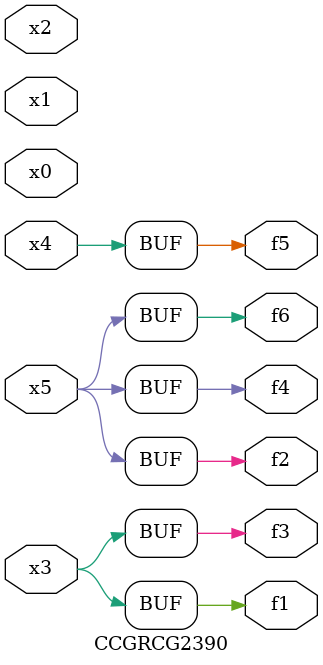
<source format=v>
module CCGRCG2390(
	input x0, x1, x2, x3, x4, x5,
	output f1, f2, f3, f4, f5, f6
);
	assign f1 = x3;
	assign f2 = x5;
	assign f3 = x3;
	assign f4 = x5;
	assign f5 = x4;
	assign f6 = x5;
endmodule

</source>
